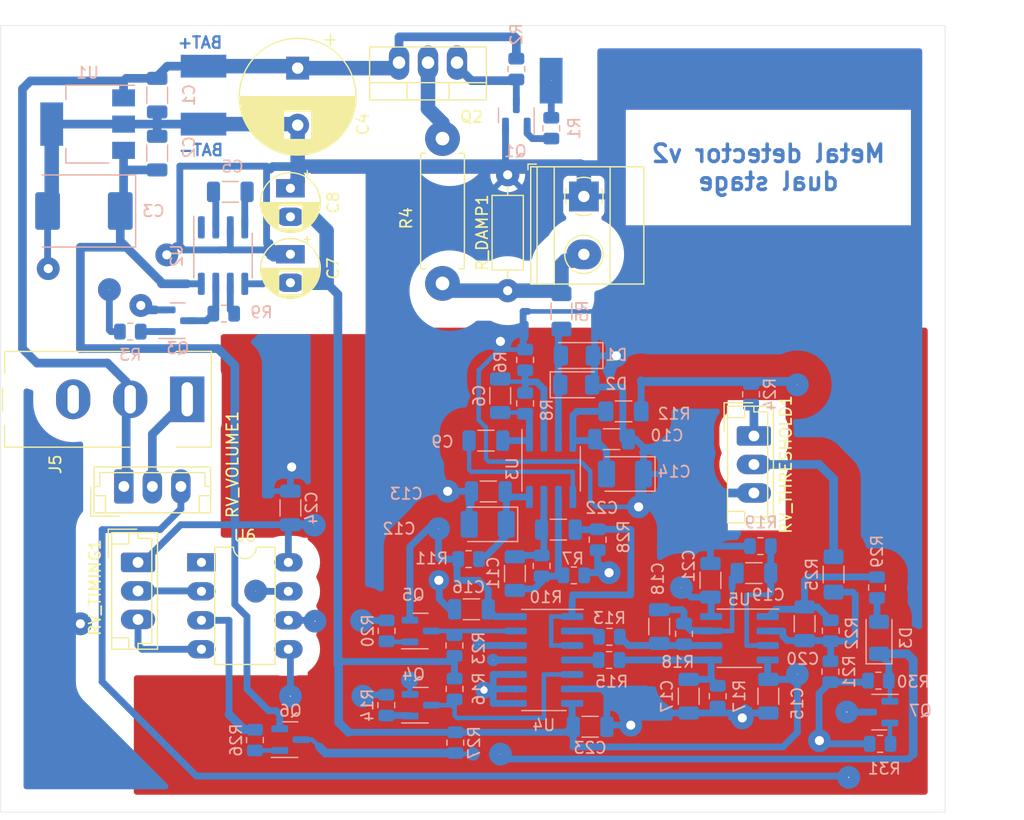
<source format=kicad_pcb>
(kicad_pcb (version 20211014) (generator pcbnew)
  (title_block (rev "1"))
  (layers (0 "F.Cu" signal "Front") (1 "In1.Cu" signal) (2 "In2.Cu" signal) (31 "B.Cu" signal "Back") (34 "B.Paste" user) (35 "F.Paste" user) (36 "B.SilkS" user "B.Silkscreen") (37 "F.SilkS" user "F.Silkscreen") (38 "B.Mask" user) (39 "F.Mask" user) (44 "Edge.Cuts" user))
  (net 0 "")
  (net 1 "BAT+")
  (net 2 "BAT-")
  (net 3 "V+")
  (net 4 "V-")
  (net 5 "PWM")
  (net 6 "Net-(Q1-Pad1)")
  (net 7 "Net-(Q1-Pad3)")
  (net 8 "Net-(Q2-Pad2)")
  (net 9 "AMP_SIG")
  (net 10 "Net-(C5-Pad1)")
  (net 11 "Net-(C5-Pad2)")
  (net 12 "Net-(Q3-Pad1)")
  (net 13 "Net-(Q3-Pad3)")
  (net 14 "Net-(R9-Pad1)")
  (net 16 "Net-(J1-Pad2)")
  (net 17 "/B+")
  (net 18 "/B")
  (net 19 "/B-")
  (net 20 "/A+")
  (net 21 "Net-(C10-Pad2)")
  (net 22 "Net-(C12-Pad1)")
  (net 23 "THRESHOLD")
  (net 24 "RESULT_OUT")
  (net 25 "Net-(Q4-Pad1)")
  (net 26 "EFE_SAMP")
  (net 27 "Net-(Q5-Pad1)")
  (net 28 "MAIN_SAMP")
  (net 29 "Net-(Q6-Pad1)")
  (net 30 "AUDIO_PWM")
  (net 31 "/out1")
  (net 32 "EFE_SAMP_PIN")
  (net 33 "/out2")
  (net 34 "MAIN_SAMP_PIN")
  (net 35 "Net-(R24-Pad1)")
  (net 36 "Net-(R25-Pad2)")
  (net 37 "AUDIO_PIN")
  (net 38 "/A-")
  (net 39 "/A")
  (net 40 "/B2+")
  (net 41 "/B2-")
  (net 42 "/B2")
  (net 43 "/A2+")
  (net 44 "Net-(RV_TIMING1-Pad2)")
  (net 46 "/drlng-base")
  (net 47 "Net-(D3-Pad2)")
  (net 49 "/emitter")
  (net 50 "/collector")
  (net 51 "Net-(J5-PadT)")
  (footprint "Capacitor_THT:CP_Radial_D5.0mm_P2.50mm" (layer "F.Cu") (at 140.335 58.336469 -90)
    (fp_text reference "C8")
    (fp_text value "100u")
  )
  (footprint "TerminalBlock_Phoenix:TerminalBlock_Phoenix_MKDS-1,5-2-5.08_1x02_P5.08mm_Horizontal" (layer "F.Cu") (at 166.065 59.05 -90)
    (fp_text reference "J1" hide)
    (fp_text value "COIL")
  )
  (footprint "Connector_JST:JST_EH_B3B-EH-A_1x03_P2.50mm_Vertical" (layer "F.Cu") (at 180.975 80.05 -90)
    (fp_text reference "RV_THRESHOLD1")
    (fp_text value "10k")
  )
  (footprint "Resistor_THT:R_Axial_DIN0411_L9.9mm_D3.6mm_P12.70mm_Horizontal" (layer "F.Cu") (at 153.67 53.975 -90)
    (fp_text reference "R4")
    (fp_text value "5.1 1W+")
  )
  (footprint "!my-kicad-library:audio-jack" (layer "F.Cu") (at 121.285 76.835 90)
    (fp_text reference "J5")
    (fp_text value "AudioJack3")
  )
  (footprint "Package_TO_SOT_THT:TO-220-3_Vertical" (layer "F.Cu") (at 154.94 47.315 180)
    (fp_text reference "Q2")
    (fp_text value "IRF9610")
  )
  (footprint "Capacitor_THT:CP_Radial_D5.0mm_P2.50mm" (layer "F.Cu") (at 140.335 64.116357 -90)
    (fp_text reference "C7")
    (fp_text value "100u")
  )
  (footprint "Resistor_THT:R_Axial_DIN0207_L6.3mm_D2.5mm_P10.16mm_Horizontal" (layer "F.Cu") (at 159.385 57.15 -90)
    (fp_text reference "R_DAMP1")
    (fp_text value "1k 0.25W+")
  )
  (footprint "Package_DIP:DIP-8_W7.62mm" (layer "F.Cu") (at 132.534546 91.1354)
    (fp_text reference "U6")
    (fp_text value "ATtiny85-20P")
  )
  (footprint "Capacitor_THT:CP_Radial_D10.0mm_P5.00mm" (layer "F.Cu") (at 140.97 47.799965 -90)
    (fp_text reference "C4")
    (fp_text value "1000u")
  )
  (footprint "Connector_JST:JST_EH_B3B-EH-A_1x03_P2.50mm_Vertical" (layer "F.Cu") (at 126.972577 91.138378 -90)
    (fp_text reference "RV_TIMING1")
    (fp_text value "10k")
  )
  (footprint "Connector_JST:JST_EH_B3B-EH-A_1x03_P2.50mm_Vertical" (layer "F.Cu") (at 125.73 84.479994)
    (fp_text reference "RV_VOLUME1")
    (fp_text value "1k")
  )
  (footprint "Resistor_SMD:R_0805_2012Metric" (layer "B.Cu") (at 191.77 93.345 90)
    (fp_text reference "R29")
    (fp_text value "22k")
  )
  (footprint "Package_SO:SOIC-8_3.9x4.9mm_P1.27mm" (layer "B.Cu") (at 134.427017 64.233969 -90)
    (fp_text reference "U2")
    (fp_text value "LT1054")
  )
  (footprint "Capacitor_SMD:C_1206_3216Metric" (layer "B.Cu") (at 128.651 50.167642 -90)
    (fp_text reference "C1")
    (fp_text value "1u")
  )
  (footprint "Resistor_SMD:R_0805_2012Metric" (layer "B.Cu") (at 187.710964 97.130611 -90)
    (fp_text reference "R22")
    (fp_text value "100k")
  )
  (footprint "Resistor_SMD:R_0805_2012Metric" (layer "B.Cu") (at 148.766323 97.139044 -90)
    (fp_text reference "R20")
    (fp_text value "10k")
  )
  (footprint "Package_TO_SOT_SMD:SOT-23" (layer "B.Cu") (at 151.75357 97.155)
    (fp_text reference "Q5")
    (fp_text value "2N3906_2A")
  )
  (footprint "Resistor_SMD:R_1206_3216Metric_Pad1.30x1.75mm_HandSolder" (layer "B.Cu") (at 169.545 77.894116)
    (fp_text reference "R12")
    (fp_text value "750")
  )
  (footprint "Capacitor_SMD:C_1206_3216Metric" (layer "B.Cu") (at 156.21 95.25 180)
    (fp_text reference "C16")
    (fp_text value "100n")
  )
  (footprint "Diode_SMD:D_1206_3216Metric" (layer "B.Cu") (at 165.450576 73.000362 180)
    (fp_text reference "D1")
    (fp_text value "1N4148")
  )
  (footprint "Capacitor_Tantalum_SMD:CP_EIA-3528-21_Kemet-B_Pad1.50x2.35mm_HandSolder" (layer "B.Cu") (at 169.672 83.382378 180)
    (fp_text reference "C14")
    (fp_text value "47u")
  )
  (footprint "Capacitor_SMD:C_1206_3216Metric" (layer "B.Cu") (at 140.335 86.36 90)
    (fp_text reference "C24")
    (fp_text value "100n")
  )
  (footprint "Capacitor_SMD:C_1206_3216Metric" (layer "B.Cu") (at 172.67092 96.765395 90)
    (fp_text reference "C18")
    (fp_text value "470nF")
  )
  (footprint "Package_TO_SOT_SMD:SOT-23" (layer "B.Cu") (at 191.966341 104.267353 180)
    (fp_text reference "Q7")
    (fp_text value "MMBTA13LT3G")
  )
  (footprint "Resistor_SMD:R_1206_3216Metric_Pad1.30x1.75mm_HandSolder" (layer "B.Cu") (at 187.959999 92.19252 90)
    (fp_text reference "R25")
    (fp_text value "22k")
  )
  (footprint "Resistor_SMD:R_0805_2012Metric" (layer "B.Cu") (at 174.846759 97.403423 -90)
    (fp_text reference "R18")
    (fp_text value "220k")
  )
  (footprint "Resistor_SMD:R_0805_2012Metric" (layer "B.Cu") (at 154.793941 106.942473 90)
    (fp_text reference "R27")
    (fp_text value "10k")
  )
  (footprint "Resistor_SMD:R_0805_2012Metric" (layer "B.Cu") (at 177.8 102.87 -90)
    (fp_text reference "R17")
    (fp_text value "220k")
  )
  (footprint "Resistor_SMD:R_0805_2012Metric" (layer "B.Cu") (at 160.1445 47.879 90)
    (fp_text reference "R2")
    (fp_text value "1k")
  )
  (footprint "Package_TO_SOT_SMD:SOT-23" (layer "B.Cu") (at 140.335 106.68)
    (fp_text reference "Q6")
    (fp_text value "2N3906_2A")
  )
  (footprint "Resistor_SMD:R_0805_2012Metric" (layer "B.Cu") (at 168.305833 97.662659 180)
    (fp_text reference "R13")
    (fp_text value "1k")
  )
  (footprint "Resistor_SMD:R_0805_2012Metric" (layer "B.Cu") (at 160.915865 73.3825 -90)
    (fp_text reference "R6")
    (fp_text value "100")
  )
  (footprint "Connector_Wire:SolderWirePad_1x01_SMD_2x4mm" (layer "B.Cu") (at 132.715 52.707642 -90)
    (fp_text reference "J3" hide)
    (fp_text value "BAT-")
  )
  (footprint "Capacitor_SMD:C_1206_3216Metric" (layer "B.Cu") (at 157.689709 84.917888 180)
    (fp_text reference "C13")
    (fp_text value "100n")
  )
  (footprint "Capacitor_Tantalum_SMD:CP_EIA-7361-438_AVX-U_Pad2.18x3.30mm_HandSolder" (layer "B.Cu") (at 122.229244 60.325 180)
    (fp_text reference "C3")
    (fp_text value "100u")
  )
  (footprint "Resistor_SMD:R_0805_2012Metric" (layer "B.Cu") (at 187.683127 100.720824 90)
    (fp_text reference "R21")
    (fp_text value "1k")
  )
  (footprint "Capacitor_SMD:C_1206_3216Metric" (layer "B.Cu") (at 158.733025 76.527733 -90)
    (fp_text reference "C6")
    (fp_text value "100pF")
  )
  (footprint "Package_SO:SOIC-8_3.9x4.9mm_P1.27mm" (layer "B.Cu") (at 163.195 82.930219 -90)
    (fp_text reference "U3")
    (fp_text value "LM833")
  )
  (footprint "Resistor_SMD:R_0805_2012Metric" (layer "B.Cu") (at 163.208361 53.0625 -90)
    (fp_text reference "R1")
    (fp_text value "10k")
  )
  (footprint "Resistor_SMD:R_0805_2012Metric" (layer "B.Cu") (at 168.275 99.695 180)
    (fp_text reference "R15")
    (fp_text value "1k")
  )
  (footprint "Package_SO:SOIC-8_3.9x4.9mm_P1.27mm" (layer "B.Cu") (at 179.705 97.79 180)
    (fp_text reference "U5")
    (fp_text value "LM358")
  )
  (footprint "Diode_SMD:D_1206_3216Metric" (layer "B.Cu") (at 191.946483 97.748462 90)
    (fp_text reference "D3")
    (fp_text value "1N4148")
  )
  (footprint "Resistor_SMD:R_0805_2012Metric" (layer "B.Cu") (at 154.717621 98.425 -90)
    (fp_text reference "R23")
    (fp_text value "10k")
  )
  (footprint "Capacitor_SMD:C_1206_3216Metric" (layer "B.Cu") (at 166.613728 105.546689)
    (fp_text reference "C23")
    (fp_text value "100n")
  )
  (footprint "Package_TO_SOT_SMD:SOT-223-3_TabPin2" (layer "B.Cu") (at 122.555 52.707642 180)
    (fp_text reference "U1")
    (fp_text value "MCP1703T-5002E")
  )
  (footprint "Resistor_SMD:R_0805_2012Metric" (layer "B.Cu") (at 192.038862 107.047323 180)
    (fp_text reference "R31")
    (fp_text value "150")
  )
  (footprint "Resistor_SMD:R_1206_3216Metric_Pad1.30x1.75mm_HandSolder" (layer "B.Cu") (at 164.101227 69.129652 90)
    (fp_text reference "R5")
    (fp_text value "1k")
  )
  (footprint "Capacitor_SMD:C_1206_3216Metric" (layer "B.Cu") (at 175.26 102.87 90)
    (fp_text reference "C17")
    (fp_text value "470nF")
  )
  (footprint "Resistor_SMD:R_0805_2012Metric" (layer "B.Cu") (at 191.892228 101.506803 180)
    (fp_text reference "R30")
    (fp_text value "100k")
  )
  (footprint "Resistor_SMD:R_0805_2012Metric" (layer "B.Cu") (at 126.296938 70.90041)
    (fp_text reference "R3")
    (fp_text value "10k")
  )
  (footprint "Connector_Wire:SolderWirePad_1x01_SMD_2x4mm" (layer "B.Cu") (at 132.715 47.627642 -90)
    (fp_text reference "J2" hide)
    (fp_text value "BAT+")
  )
  (footprint "Capacitor_SMD:C_1206_3216Metric" (layer "B.Cu") (at 160.02 92.118469 90)
    (fp_text reference "C11")
    (fp_text value "100pF")
  )
  (footprint "Resistor_SMD:R_0805_2012Metric" (layer "B.Cu") (at 148.743855 103.653725 -90)
    (fp_text reference "R14")
    (fp_text value "10k")
  )
  (footprint "Resistor_SMD:R_0805_2012Metric" (layer "B.Cu") (at 165.191036 92.273534 180)
    (fp_text reference "R7")
    (fp_text value "1k")
  )
  (footprint "Resistor_SMD:R_0805_2012Metric" (layer "B.Cu") (at 137.221696 106.717579 -90)
    (fp_text reference "R26")
    (fp_text value "10k")
  )
  (footprint "Capacitor_SMD:C_1206_3216Metric" (layer "B.Cu") (at 180.975 92.075)
    (fp_text reference "C19")
    (fp_text value "470nF")
  )
  (footprint "Capacitor_SMD:C_1206_3216Metric" (layer "B.Cu") (at 157.47778 80.461301 180)
    (fp_text reference "C9")
    (fp_text value "470nF")
  )
  (footprint "Capacitor_SMD:C_1206_3216Metric" (layer "B.Cu") (at 177.165 92.71 90)
    (fp_text reference "C21")
    (fp_text value "100n")
  )
  (footprint "Resistor_SMD:R_0805_2012Metric" (layer "B.Cu") (at 154.729051 102.235 90)
    (fp_text reference "R16")
    (fp_text value "10k")
  )
  (footprint "Package_TO_SOT_SMD:SOT-23" (layer "B.Cu") (at 151.765 103.659285)
    (fp_text reference "Q4")
    (fp_text value "2N3906_2A")
  )
  (footprint "Resistor_SMD:R_0805_2012Metric" (layer "B.Cu") (at 160.915865 77.1925 90)
    (fp_text reference "R8")
    (fp_text value "500")
  )
  (footprint "Package_TO_SOT_SMD:SOT-23" (layer "B.Cu") (at 160.1445 51.943 90)
    (fp_text reference "Q1")
    (fp_text value "2N3904")
  )
  (footprint "Capacitor_SMD:C_1206_3216Metric" (layer "B.Cu") (at 128.651 55.247642 90)
    (fp_text reference "C2")
    (fp_text value "10u")
  )
  (footprint "Package_SO:SO-14_3.9x8.65mm_P1.27mm" (layer "B.Cu") (at 162.56 99.695 180)
    (fp_text reference "U4")
    (fp_text value "4066")
  )
  (footprint "Capacitor_SMD:C_1206_3216Metric" (layer "B.Cu") (at 182.245 102.87 -90)
    (fp_text reference "C15")
    (fp_text value "100n")
  )
  (footprint "Resistor_SMD:R_0805_2012Metric" (layer "B.Cu") (at 167.275122 89.147404 90)
    (fp_text reference "R28")
    (fp_text value "10k")
  )
  (footprint "Connector_Wire:SolderWirePad_1x01_SMD_2x4mm" (layer "B.Cu") (at 163.195 48.895 180)
    (fp_text reference "J4" hide)
    (fp_text value "PWM")
  )
  (footprint "Capacitor_SMD:C_1206_3216Metric" (layer "B.Cu") (at 135.062017 58.645969)
    (fp_text reference "C5")
    (fp_text value "22u")
  )
  (footprint "Capacitor_SMD:C_1206_3216Metric" (layer "B.Cu") (at 185.42 96.52 90)
    (fp_text reference "C20")
    (fp_text value "100nF")
  )
  (footprint "Resistor_SMD:R_0805_2012Metric" (layer "B.Cu") (at 181.545441 89.712004)
    (fp_text reference "R19")
    (fp_text value "220k")
  )
  (footprint "Package_TO_SOT_SMD:SOT-23" (layer "B.Cu") (at 130.463821 69.945263)
    (fp_text reference "Q3")
    (fp_text value "2N3904")
  )
  (footprint "Resistor_SMD:R_0805_2012Metric" (layer "B.Cu") (at 180.724919 76.396341 90)
    (fp_text reference "R24")
    (fp_text value "47k")
  )
  (footprint "Resistor_SMD:R_0805_2012Metric" (layer "B.Cu") (at 134.48965 69.328278 180)
    (fp_text reference "R9")
    (fp_text value "20k")
  )
  (footprint "Capacitor_Tantalum_SMD:CP_EIA-3528-21_Kemet-B_Pad1.50x2.35mm_HandSolder" (layer "B.Cu") (at 157.633 87.800469 180)
    (fp_text reference "C12")
    (fp_text value "47u")
  )
  (footprint "Capacitor_SMD:C_1206_3216Metric" (layer "B.Cu") (at 168.492413 80.332262 180)
    (fp_text reference "C10")
    (fp_text value "100n")
  )
  (footprint "Resistor_SMD:R_0805_2012Metric" (layer "B.Cu") (at 155.956 90.848469 180)
    (fp_text reference "R11")
    (fp_text value "750")
  )
  (footprint "Diode_SMD:D_1206_3216Metric" (layer "B.Cu") (at 165.398266 75.565)
    (fp_text reference "D2")
    (fp_text value "1N4148")
  )
  (footprint "Capacitor_SMD:C_1206_3216Metric" (layer "B.Cu") (at 163.83 88.265)
    (fp_text reference "C22")
    (fp_text value "470nF")
  )
  (footprint "Resistor_SMD:R_0805_2012Metric" (layer "B.Cu") (at 162.360765 91.44 -90)
    (fp_text reference "R10")
    (fp_text value "200k")
  )
  (gr_rect (start 114.935 44.062975) (end 197.739 113.032642) (layer "Edge.Cuts") (width 0.0381) (fill none))
  (gr_text "BAT-\n" (at 132.494055 54.984613) (layer "B.Cu") (effects (font (size 1 1) (thickness 0.2)) (justify mirror)))
  (gr_text "BAT+\n" (at 132.415171 45.55796) (layer "B.Cu") (effects (font (size 1 1) (thickness 0.2)) (justify mirror)))
  (gr_text "Metal detector v2\ndual stage" (at 182.245 56.515) (layer "B.Cu") (effects (font (size 1.524 1.524) (thickness 0.3048)) (justify mirror)))
  (segment (start 129.54 47.627642) (end 132.715 47.627642) (width 0.762) (layer "B.Cu") (net 1))
  (segment (start 149.891519 45.053481) (end 149.86 45.085) (width 0.762) (layer "B.Cu") (net 1))
  (segment (start 124.3 73.66) (end 118.11 73.66) (width 0.762) (layer "B.Cu") (net 1))
  (segment (start 125.933586 75.293586) (end 124.3 73.66) (width 0.762) (layer "B.Cu") (net 1))
  (segment (start 125.705 50.407642) (end 125.705 48.922642) (width 0.762) (layer "B.Cu") (net 1))
  (segment (start 159.988481 45.053481) (end 149.891519 45.053481) (width 0.762) (layer "B.Cu") (net 1))
  (segment (start 125.705 48.922642) (end 125.935 48.692642) (width 0.762) (layer "B.Cu") (net 1))
  (segment (start 118.11 73.66) (end 116.84 72.39) (width 0.762) (layer "B.Cu") (net 1))
  (segment (start 160.1445 45.2095) (end 159.988481 45.053481) (width 0.762) (layer "B.Cu") (net 1))
  (segment (start 140.97 47.799965) (end 149.052677 47.799965) (width 1.27) (layer "B.Cu") (net 1))
  (segment (start 125.935 48.692642) (end 128.651 48.692642) (width 0.762) (layer "B.Cu") (net 1))
  (segment (start 133.118661 47.625) (end 141.201338 47.625) (width 1.27) (layer "B.Cu") (net 1))
  (segment (start 128.651 48.516642) (end 129.54 47.627642) (width 0.762) (layer "B.Cu") (net 1))
  (segment (start 116.84 49.616173) (end 117.533531 48.922642) (width 0.762) (layer "B.Cu") (net 1))
  (segment (start 160.1445 46.9665) (end 160.1445 45.2095) (width 0.762) (layer "B.Cu") (net 1))
  (segment (start 149.86 45.085) (end 149.86 47.3075) (width 0.762) (layer "B.Cu") (net 1))
  (segment (start 117.533531 48.922642) (end 125.705 48.922642) (width 0.762) (layer "B.Cu") (net 1))
  (segment (start 125.933586 84.276408) (end 125.933586 75.293586) (width 0.762) (layer "B.Cu") (net 1))
  (segment (start 116.84 72.39) (end 116.84 49.616173) (width 0.762) (layer "B.Cu") (net 1))
  (via (at 119.099894 65.379053) (size 2) (drill 0.8) (layers "F.Cu" "B.Cu") (net 2))
  (via (at 121.92 96.52) (size 2) (drill 0.8) (layers "F.Cu" "B.Cu") (net 2))
  (via (at 140.444107 82.771745) (size 2) (drill 0.8) (layers "F.Cu" "B.Cu") (net 2))
  (via (at 170.86648 86.269371) (size 2) (drill 0.8) (layers "F.Cu" "B.Cu") (net 2))
  (via (at 170.18 105.41) (size 2) (drill 0.8) (layers "F.Cu" "B.Cu") (net 2))
  (via (at 153.346776 92.706911) (size 1.8) (drill 0.8) (layers "F.Cu" "B.Cu") (net 2))
  (via (at 157.309962 102.336154) (size 1.524) (drill 0.635) (layers "F.Cu" "B.Cu") (net 2))
  (via (at 168.91 73.025) (size 2) (drill 0.8) (layers "F.Cu" "B.Cu") (net 2))
  (via (at 179.956357 104.775) (size 2) (drill 0.8) (layers "F.Cu" "B.Cu") (net 2))
  (via (at 186.720908 106.763914) (size 2) (drill 0.8) (layers "F.Cu" "B.Cu") (net 2))
  (via (at 158.75 71.755) (size 2) (drill 0.8) (layers "F.Cu" "B.Cu") (net 2))
  (via (at 127.218059 68.608069) (size 2) (drill 0.8) (layers "F.Cu" "B.Cu") (net 2))
  (via (at 129.495193 64.170233) (size 2) (drill 0.8) (layers "F.Cu" "B.Cu") (net 2))
  (via (at 154.123039 84.899749) (size 2) (drill 0.8) (layers "F.Cu" "B.Cu") (net 2))
  (via (at 168.275 92.039606) (size 2) (drill 0.8) (layers "F.Cu" "B.Cu") (net 2))
  (segment (start 177.165 85.09) (end 177.205 85.05) (width 0.762) (layer "B.Cu") (net 2))
  (segment (start 154.305 95.25) (end 153.387152 94.332152) (width 0.6) (layer "B.Cu") (net 2))
  (segment (start 157.521766 73.618235) (end 156.845 74.295001) (width 0.381) (layer "B.Cu") (net 2))
  (segment (start 165.77925 82.295219) (end 166.624 83.139969) (width 0.4) (layer "B.Cu") (net 2))
  (segment (start 153.387152 94.332152) (end 153.387152 93.140789) (width 0.6) (layer "B.Cu") (net 2))
  (segment (start 140.97 57.701469) (end 140.335 58.336469) (width 1.27) (layer "B.Cu") (net 2))
  (segment (start 160.085 102.235) (end 158.115 102.235) (width 0.6) (layer "B.Cu") (net 2))
  (segment (start 128.489737 68.995263) (end 128.133794 68.995263) (width 0.6) (layer "B.Cu") (net 2))
  (segment (start 168.07987 105.40496) (end 168.07987 102.67487) (width 0.6) (layer "B.Cu") (net 2))
  (segment (start 160.740348 69.129652) (end 160.740348 70.399652) (width 0.6) (layer "B.Cu") (net 2))
  (segment (start 127.605253 68.995263) (end 127.218059 68.608069) (width 0.762) (layer "B.Cu") (net 2))
  (segment (start 177.165 91.235) (end 177.165 89.535) (width 0.6) (layer "B.Cu") (net 2))
  (segment (start 167.64 102.235) (end 171.45 102.235) (width 0.6) (layer "B.Cu") (net 2))
  (segment (start 167.275122 90.059904) (end 167.275122 91.722865) (width 0.6) (layer "B.Cu") (net 2))
  (segment (start 186.69 106.144646) (end 186.69 102.626451) (width 0.6) (layer "B.Cu") (net 2))
  (segment (start 165.035 102.235) (end 167.64 102.235) (width 0.6) (layer "B.Cu") (net 2))
  (segment (start 135.062017 63.725969) (end 134.184197 63.725969) (width 0.6) (layer "B.Cu") (net 2))
  (segment (start 156.845 78.656469) (end 157.48 79.291469) (width 0.381) (layer "B.Cu") (net 2))
  (segment (start 167.275122 91.722865) (end 167.591863 92.039606) (width 0.6) (layer "B.Cu") (net 2))
  (segment (start 177.205 85.05) (end 180.675 85.05) (width 0.762) (layer "B.Cu") (net 2))
  (segment (start 168.91 73.025) (end 166.875214 73.025) (width 0.6) (layer "B.Cu") (net 2))
  (segment (start 165.735 56.431469) (end 140.97 56.431469) (width 1.27) (layer "B.Cu") (net 2))
  (segment (start 138.259377 56.393509) (end 138.535737 56.669869) (width 0.6) (layer "B.Cu") (net 2))
  (segment (start 187.683127 101.633324) (end 190.853207 101.633324) (width 0.6) (layer "B.Cu") (net 2))
  (segment (start 166.065 59.05) (end 166.065 56.761469) (width 1.27) (layer "B.Cu") (net 2))
  (segment (start 166.337464 92.039606) (end 166.103536 92.273534) (width 0.6) (layer "B.Cu") (net 2))
  (segment (start 140.335 82.880852) (end 140.444107 82.771745) (width 0.6) (layer "B.Cu") (net 2))
  (segment (start 177.342004 89.712004) (end 177.165 89.535) (width 0.6) (layer "B.Cu") (net 2))
  (segment (start 169.482431 75.757609) (end 169.482431 80.377828) (width 0.6) (layer "B.Cu") (net 2))
  (segment (start 167.591863 92.039606) (end 166.337464 92.039606) (width 0.6) (layer "B.Cu") (net 2))
  (segment (start 161.17673 69.129652) (end 160.740348 69.129652) (width 0.6) (layer "B.Cu") (net 2))
  (segment (start 128.651 51.642642) (end 128.651 52.453642) (width 0.762) (layer "B.Cu") (net 2))
  (segment (start 127.3304 98.7554) (end 126.972577 98.397577) (width 0.6) (layer "B.Cu") (net 2))
  (segment (start 126.972577 96.138378) (end 126.972577 98.397577) (width 0.6) (layer "B.Cu") (net 2))
  (segment (start 187.592677 107.047323) (end 186.69 106.144646) (width 0.6) (layer "B.Cu") (net 2))
  (segment (start 138.535737 63.737149) (end 135.073197 63.737149) (width 0.6) (layer "B.Cu") (net 2))
  (segment (start 140.97 52.799965) (end 140.97 56.431469) (width 1.27) (layer "B.Cu") (net 2))
  (segment (start 158.115 102.235) (end 158.115 103.505) (width 0.6) (layer "B.Cu") (net 2))
  (segment (start 169.482431 75.757609) (end 166.990875 75.757609) (width 0.6) (layer "B.Cu") (net 2))
  (segment (start 171.297 81.043469) (end 170.585793 80.332262) (width 0.6) (layer "B.Cu") (net 2))
  (segment (start 167.124902 86.269371) (end 170.86648 86.269371) (width 0.4) (layer "B.Cu") (net 2))
  (segment (start 166.624 83.139969) (end 166.624 85.768469) (width 0.4) (layer "B.Cu") (net 2))
  (segment (start 172.629371 86.269371) (end 173.355 86.995) (width 0.6) (layer "B.Cu") (net 2))
  (segment (start 157.734781 82.295219) (end 165.77925 82.295219) (width 0.4) (layer "B.Cu") (net 2))
  (segment (start 128.489737 68.995263) (end 127.605253 68.995263) (width 0.762) (layer "B.Cu") (net 2))
  (segment (start 140.97 56.431469) (end 138.774137 56.431469) (width 0.762) (layer "B.Cu") (net 2))
  (segment (start 138.535737 64.289869) (end 138.535737 63.102149) (width 0.6) (layer "B.Cu") (net 2))
  (segment (start 166.875214 73.025) (end 166.850576 73.000362) (width 0.6) (layer "B.Cu") (net 2))
  (segment (start 157.48 79.291469) (end 157.48 82.040438) (width 0.381) (layer "B.Cu") (net 2))
  (segment (start 132.715 52.705) (end 140.877677 52.705) (width 1.27) (layer "B.Cu") (net 2))
  (segment (start 125.705 52.707642) (end 119.405 52.707642) (width 0.762) (layer "B.Cu") (net 2))
  (segment (start 175.26 104.345) (end 181.18 104.345) (width 0.6) (layer "B.Cu") (net 2))
  (segment (start 180.632941 89.712004) (end 177.342004 89.712004) (width 0.6) (layer "B.Cu") (net 2))
  (segment (start 160.696765 71.12) (end 159.343234 71.12) (width 0.6) (layer "B.Cu") (net 2))
  (segment (start 166.624 85.768469) (end 167.124902 86.269371) (width 0.4) (layer "B.Cu") (net 2))
  (segment (start 191.126362 107.047323) (end 187.592677 107.047323) (width 0.6) (layer "B.Cu") (net 2))
  (segment (start 119.041744 60.325) (end 119.041744 65.066744) (width 0.6) (layer "B.Cu") (net 2))
  (segment (start 130.639377 63.378509) (end 130.639377 56.393509) (width 0.6) (layer "B.Cu") (net 2))
  (segment (start 159.1945 52.8805) (end 159.1945 56.703) (width 0.6) (layer "B.Cu") (net 2))
  (segment (start 140.97 56.431469) (end 140.97 57.701469) (width 1.27) (layer "B.Cu") (net 2))
  (segment (start 128.651 52.453642) (end 128.651 53.772642) (width 0.762) (layer "B.Cu") (net 2))
  (segment (start 186.69 102.626451) (end 187.683127 101.633324) (width 0.6) (layer "B.Cu") (net 2))
  (segment (start 158.67 72.47) (end 160.915865 72.47) (width 0.4) (layer "B.Cu") (net 2))
  (segment (start 128.905 52.707642) (end 128.651 52.453642) (width 0.762) (layer "B.Cu") (net 2))
  (segment (start 135.073197 63.737149) (end 135.062017 63.725969) (width 0.6) (layer "B.Cu") (net 2))
  (segment (start 119.041744 65.066744) (end 119.38 65.405) (width 0.6) (layer "B.Cu") (net 2))
  (segment (start 161.176741 69.12964) (end 167.005 69.12964) (width 0.4) (layer "B.Cu") (net 2))
  (segment (start 157.521766 73.618235) (end 158.67 72.47) (width 0.4) (layer "B.Cu") (net 2))
  (segment (start 134.173017 63.737149) (end 130.998017 63.737149) (width 0.6) (layer "B.Cu") (net 2))
  (segment (start 172.629371 86.269371) (end 170.86648 86.269371) (width 0.6) (layer "B.Cu") (net 2))
  (segment (start 138.774137 56.431469) (end 138.535737 56.669869) (width 0.762) (layer "B.Cu") (net 2))
  (segment (start 181.18 104.345) (end 182.245 104.345) (width 0.6) (layer "B.Cu") (net 2))
  (segment (start 173.56 104.345) (end 175.26 104.345) (width 0.6) (layer "B.Cu") (net 2))
  (segment (start 134.184197 63.725969) (end 134.173017 63.737149) (width 0.6) (layer "B.Cu") (net 2))
  (segment (start 168.07987 105.40496) (end 170.17496 105.40496) (width 0.6) (layer "B.Cu") (net 2))
  (segment (start 177.165 89.535) (end 177.165 86.995) (width 0.6) (layer "B.Cu") (net 2))
  (segment (start 132.715 52.707642) (end 128.905 52.707642) (width 0.762) (layer "B.Cu") (net 2))
  (segment (start 157.48 82.040438) (end 157.734781 82.295219) (width 0.381) (layer "B.Cu") (net 2))
  (segment (start 160.740348 70.399652) (end 160.740348 72.294483) (width 0.6) (layer "B.Cu") (net 2))
  (segment (start 130.639377 63.378509) (end 130.286917 63.378509) (width 0.6) (layer "B.Cu") (net 2))
  (segment (start 158.115 103.505) (end 160.085 103.505) (width 0.6) (layer "B.Cu") (net 2))
  (segment (start 170.17496 105.40496) (end 170.18 105.41) (width 0.6) (layer "B.Cu") (net 2))
  (segment (start 168.07987 102.67487) (end 167.64 102.235) (width 0.6) (layer "B.Cu") (net 2))
  (segment (start 170.585793 80.332262) (end 169.967413 80.332262) (width 0.6) (layer "B.Cu") (net 2))
  (segment (start 138.245084 56.746709) (end 138.245084 63.178989) (width 0.6) (layer "B.Cu") (net 2))
  (segment (start 167.005 69.129656) (end 167.005 75.358269) (width 0.6) (layer "B.Cu") (net 2))
  (segment (start 171.297 83.382378) (end 171.297 81.043469) (width 0.6) (layer "B.Cu") (net 2))
  (segment (start 171.45 102.235) (end 173.56 104.345) (width 0.6) (layer "B.Cu") (net 2))
  (segment (start 130.998017 63.737149) (end 130.639377 63.378509) (width 0.6) (layer "B.Cu") (net 2))
  (segment (start 128.397 52.707642) (end 128.651 52.453642) (width 0.762) (layer "B.Cu") (net 2))
  (segment (start 130.286917 63.378509) (end 129.495193 64.170233) (width 0.6) (layer "B.Cu") (net 2))
  (segment (start 129.526321 68.995263) (end 128.489737 68.995263) (width 0.6) (layer "B.Cu") (net 2))
  (segment (start 140.335 84.885) (end 140.335 82.880852) (width 0.6) (layer "B.Cu") (net 2))
  (segment (start 158.115 102.235) (end 158.115 100.965) (width 0.6) (layer "B.Cu") (net 2))
  (segment (start 138.914945 64.116357) (end 138.535737 63.737149) (width 1.27) (layer "B.Cu") (net 2))
  (segment (start 154.735 95.25) (end 154.305 95.25) (width 0.6) (layer "B.Cu") (net 2))
  (segment (start 177.165 86.995) (end 177.165 85.09) (width 0.762) (layer "B.Cu") (net 2))
  (segment (start 132.534546 98.7554) (end 127.3304 98.7554) (width 0.6) (layer "B.Cu") (net 2))
  (segment (start 119.405 52.707642) (end 119.405 59.961744) (width 1.27) (layer "B.Cu") (net 2))
  (segment (start 130.639377 56.393509) (end 138.259377 56.393509) (width 0.6) (layer "B.Cu") (net 2))
  (segment (start 156.008 87.800469) (end 156.008 85.257469) (width 0.6) (layer "B.Cu") (net 2))
  (segment (start 166.065 56.761469) (end 165.735 56.431469) (width 1.27) (layer "B.Cu") (net 2))
  (segment (start 140.335 64.116357) (end 138.914945 64.116357) (width 1.27) (layer "B.Cu") (net 2))
  (segment (start 170.86648 83.812898) (end 170.86648 86.269371) (width 0.6) (layer "B.Cu") (net 2))
  (segment (start 158.115 100.965) (end 160.085 100.965) (width 0.6) (layer "B.Cu") (net 2))
  (segment (start 154.123039 84.899749) (end 156.15228 84.899749) (width 0.6) (layer "B.Cu") (net 2))
  (segment (start 135.062017 63.725969) (end 135.062017 61.758969) (width 0.6) (layer "B.Cu") (net 2))
  (segment (start 125.705 52.707642) (end 128.397 52.707642) (width 0.762) (layer "B.Cu") (net 2))
  (segment locked (start 156.845 74.29501) (end 156.845 78.656469) (width 0.4) (layer "B.Cu") (net 2))
  (segment (start 173.355 86.995) (end 177.165 86.995) (width 0.6) (layer "B.Cu") (net 2))
  (via blind (at 153.316124 88.181469) (size 2) (drill 0.06) (layers "In2.Cu" "B.Cu") (net 3))
  (via blind (at 174.625 93.345) (size 2) (drill 0.06) (layers "In2.Cu" "B.Cu") (net 3))
  (via blind (at 150.793012 101.463959) (size 1.524) (drill 0.06) (layers "In2.Cu" "B.Cu") (net 3))
  (via blind (at 142.422144 87.875766) (size 2) (drill 0.06) (layers "In2.Cu" "B.Cu") (net 3))
  (segment (start 125.416744 62.967122) (end 125.416744 60.325) (width 0.762) (layer "B.Cu") (net 3))
  (segment (start 121.92 72.39) (end 121.92 63.5) (width 0.762) (layer "B.Cu") (net 3))
  (segment (start 140.335 87.835) (end 142.381378 87.835) (width 0.762) (layer "B.Cu") (net 3))
  (segment (start 153.416 90.848469) (end 153.316124 90.748593) (width 0.6) (layer "B.Cu") (net 3))
  (segment (start 126.11 56.722642) (end 125.705 57.127642) (width 0.762) (layer "B.Cu") (net 3))
  (segment (start 177.23 95.885) (end 177.23 94.25) (width 0.6) (layer "B.Cu") (net 3))
  (segment (start 136.525 102.235) (end 138.43 104.14) (width 0.6) (layer "B.Cu") (net 3))
  (segment (start 154.94 92.71) (end 154.94 90.951969) (width 0.6) (layer "B.Cu") (net 3))
  (segment (start 150.793012 101.463959) (end 150.793012 102.674797) (width 0.4) (layer "B.Cu") (net 3))
  (segment (start 135.46 87.835) (end 135.46 94.82) (width 0.6) (layer "B.Cu") (net 3))
  (segment (start 128.651 56.722642) (end 126.11 56.722642) (width 0.762) (layer "B.Cu") (net 3))
  (segment (start 127.418274 91.138378) (end 130.721652 87.835) (width 0.6) (layer "B.Cu") (net 3))
  (segment (start 150.81607 96.205) (end 150.81607 89.765399) (width 0.6) (layer "B.Cu") (net 3))
  (segment (start 135.46 87.835) (end 140.335 87.835) (width 0.6) (layer "B.Cu") (net 3))
  (segment (start 129.0225 66.572878) (end 125.839811 63.390189) (width 0.762) (layer "B.Cu") (net 3))
  (segment (start 154.406 90.848469) (end 153.416 90.848469) (width 0.6) (layer "B.Cu") (net 3))
  (segment (start 125.705 57.127642) (end 125.705 60.036744) (width 0.762) (layer "B.Cu") (net 3))
  (segment (start 156.845 92.71) (end 154.94 92.71) (width 0.6) (layer "B.Cu") (net 3))
  (segment (start 140.154546 91.1354) (end 140.154546 88.015454) (width 0.6) (layer "B.Cu") (net 3))
  (segment (start 132.522017 66.708969) (end 131.279301 66.708969) (width 0.6) (layer "B.Cu") (net 3))
  (segment (start 135.46 94.82) (end 136.525 95.885) (width 0.6) (layer "B.Cu") (net 3))
  (segment (start 139.3975 105.73) (end 139.3975 104.4725) (width 0.6) (layer "B.Cu") (net 3))
  (segment (start 135.46 87.835) (end 135.46 73.865) (width 0.762) (layer "B.Cu") (net 3))
  (segment (start 158.32 95.885) (end 157.685 95.25) (width 0.6) (layer "B.Cu") (net 3))
  (segment (start 126.972577 91.138378) (end 127.418274 91.138378) (width 0.6) (layer "B.Cu") (net 3))
  (segment (start 139.065 104.14) (end 138.43 104.14) (width 0.6) (layer "B.Cu") (net 3))
  (segment (start 130.721652 87.835) (end 135.46 87.835) (width 0.6) (layer "B.Cu") (net 3))
  (segment (start 136.525 95.885) (end 136.525 102.235) (width 0.6) (layer "B.Cu") (net 3))
  (segment (start 157.685 93.55) (end 156.845 92.71) (width 0.6) (layer "B.Cu") (net 3))
  (segment (start 121.92 63.5) (end 125.73 63.5) (width 0.762) (layer "B.Cu") (net 3))
  (segment (start 125.73 63.5) (end 125.839811 63.390189) (width 0.762) (layer "B.Cu") (net 3))
  (segment (start 133.985 72.39) (end 121.92 72.39) (width 0.762) (layer "B.Cu") (net 3))
  (segment (start 175.465 94.185) (end 174.625 93.345) (width 0.6) (layer "B.Cu") (net 3))
  (segment (start 160.085 95.885) (end 158.32 95.885) (width 0.6) (layer "B.Cu") (net 3))
  (segment (start 157.685 95.25) (end 157.685 93.55) (width 0.6) (layer "B.Cu") (net 3))
  (segment (start 125.839811 63.390189) (end 125.416744 62.967122) (width 0.762) (layer "B.Cu") (net 3))
  (segment (start 177.165 94.185) (end 175.465 94.185) (width 0.6) (layer "B.Cu") (net 3))
  (segment (start 139.3975 104.4725) (end 139.065 104.14) (width 0.6) (layer "B.Cu") (net 3))
  (segment (start 135.46 73.865) (end 133.985 72.39) (width 0.762) (layer "B.Cu") (net 3))
  (segment (start 125.705 55.007642) (end 125.705 57.127642) (width 0.762) (layer "B.Cu") (net 3))
  (segment (start 142.381378 87.835) (end 142.422144 87.875766) (width 0.762) (layer "B.Cu") (net 3))
  (segment (start 131.279301 66.708969) (end 129.0225 66.708969) (width 0.762) (layer "B.Cu") (net 3))
  (segment (start 153.316124 90.748593) (end 153.316124 88.181469) (width 0.6) (layer "B.Cu") (net 3))
  (segment (start 150.81607 89.765399) (end 152.4 88.181469) (width 0.6) (layer "B.Cu") (net 3))
  (via blind (at 184.785 75.565) (size 2) (drill 0.06) (layers "In1.Cu" "B.Cu") (net 4))
  (via blind (at 184.785 100.965) (size 2) (drill 0.06) (layers "In1.Cu" "B.Cu") (net 4))
  (segment (start 144.493299 69.862825) (end 144.493299 67.624544) (width 0.762) (layer "B.Cu") (net 4))
  (segment (start 165.12987 105.40496) (end 165.12987 107.28513) (width 0.6) (layer "B.Cu") (net 4))
  (segment (start 137.921017 66.708969) (end 136.332017 66.708969) (width 0.6) (layer "B.Cu") (net 4))
  (segment (start 143.51 62.066469) (end 143.51 66.591469) (width 1.27) (layer "B.Cu") (net 4))
  (segment (start 171.161427 75.276427) (end 171.095 75.21) (width 0.762) (layer "B.Cu") (net 4))
  (segment (start 182.18 99.695) (end 182.18 101.33) (width 0.6) (layer "B.Cu") (net 4))
  (segment (start 180.731238 75.276427) (end 171.161427 75.276427) (width 0.762) (layer "B.Cu") (net 4))
  (segment (start 165.12987 107.28513) (end 165.1 107.315) (width 0.6) (layer "B.Cu") (net 4))
  (segment (start 164.504857 106.029973) (end 165.12987 105.40496) (width 0.6) (layer "B.Cu") (net 4))
  (segment (start 143.485112 66.616357) (end 140.335 66.616357) (width 1.27) (layer "B.Cu") (net 4))
  (segment (start 184.355 101.395) (end 184.785 100.965) (width 0.6) (layer "B.Cu") (net 4))
  (segment (start 154.717621 100.107621) (end 154.717621 101.31107) (width 0.6) (layer "B.Cu") (net 4))
  (segment (start 154.717621 99.3375) (end 154.717621 100.107621) (width 0.6) (layer "B.Cu") (net 4))
  (segment (start 143.51 66.591469) (end 143.485112 66.616357) (width 1.27) (layer "B.Cu") (net 4))
  (segment (start 183.515 107.315) (end 165.1 107.315) (width 0.6) (layer "B.Cu") (net 4))
  (segment (start 144.557621 105.157567) (end 145.430027 106.029973) (width 0.762) (layer "B.Cu") (net 4))
  (segment (start 154.642435 99.8326) (end 144.482435 99.8326) (width 0.6) (layer "B.Cu") (net 4))
  (segment (start 144.493299 99.707825) (end 144.493299 69.227825) (width 0.762) (layer "B.Cu") (net 4))
  (segment (start 145.430027 106.029973) (end 154.793941 106.029973) (width 0.6) (layer "B.Cu") (net 4))
  (segment (start 140.335 60.836469) (end 142.28 60.836469) (width 1.27) (layer "B.Cu") (net 4))
  (segment (start 180.731238 75.276427) (end 184.496427 75.276427) (width 0.762) (layer "B.Cu") (net 4))
  (segment (start 171.095 77.894116) (end 171.095 75.21) (width 0.6) (layer "B.Cu") (net 4))
  (segment (start 184.496427 75.276427) (end 184.785 75.565) (width 0.762) (layer "B.Cu") (net 4))
  (segment (start 144.557621 100.107621) (end 144.557621 105.157567) (width 0.762) (layer "B.Cu") (net 4))
  (segment (start 144.493299 100.043299) (end 144.557621 100.107621) (width 0.762) (layer "B.Cu") (net 4))
  (segment (start 137.921017 66.708969) (end 138.013629 66.616357) (width 0.6) (layer "B.Cu") (net 4))
  (segment (start 144.493299 67.624544) (end 143.485112 66.616357) (width 0.762) (layer "B.Cu") (net 4))
  (segment (start 144.493299 99.707825) (end 144.493299 100.043299) (width 0.762) (layer "B.Cu") (net 4))
  (segment (start 184.785 106.045) (end 183.515 107.315) (width 0.6) (layer "B.Cu") (net 4))
  (segment (start 142.28 60.836469) (end 143.51 62.066469) (width 1.27) (layer "B.Cu") (net 4))
  (segment (start 184.785 100.965) (end 184.785 106.045) (width 0.6) (layer "B.Cu") (net 4))
  (segment (start 154.793941 106.029973) (end 164.504857 106.029973) (width 0.6) (layer "B.Cu") (net 4))
  (segment (start 182.245 101.395) (end 184.355 101.395) (width 0.6) (layer "B.Cu") (net 4))
  (segment (start 138.013629 66.616357) (end 140.335 66.616357) (width 0.6) (layer "B.Cu") (net 4))
  (segment (start 165.035 103.505) (end 165.035 105.14) (width 0.6) (layer "B.Cu") (net 4))
  (via (at 137.291938 93.660606) (size 2) (drill 0.06) (layers "F.Cu" "B.Cu") (net 5))
  (via (at 124.46 67.226469) (size 2) (drill 0.06) (layers "F.Cu" "B.Cu") (net 5))
  (via blind (at 163.195 48.895) (size 2) (drill 0.06) (layers "In1.Cu" "B.Cu") (net 5))
  (segment (start 124.596059 70.90041) (end 124.46 70.764351) (width 0.6) (layer "B.Cu") (net 5))
  (segment (start 140.154546 93.6754) (end 137.306732 93.6754) (width 0.6) (layer "B.Cu") (net 5))
  (segment (start 125.384438 70.90041) (end 124.596059 70.90041) (width 0.6) (layer "B.Cu") (net 5))
  (segment (start 137.306732 93.6754) (end 137.291938 93.660606) (width 0.6) (layer "B.Cu") (net 5))
  (segment (start 124.46 70.764351) (end 124.46 67.226469) (width 0.6) (layer "B.Cu") (net 5))
  (segment (start 163.208361 52.15) (end 163.208361 48.908361) (width 0.6) (layer "B.Cu") (net 5))
  (segment (start 161.0945 53.528) (end 161.5415 53.975) (width 0.6) (layer "B.Cu") (net 6))
  (segment (start 161.5415 53.975) (end 163.208361 53.975) (width 0.6) (layer "B.Cu") (net 6))
  (segment (start 161.0945 52.8805) (end 161.0945 53.528) (width 0.6) (layer "B.Cu") (net 6))
  (segment (start 160.041 48.895) (end 160.1445 48.7915) (width 0.762) (layer "B.Cu") (net 7))
  (segment (start 160.1445 51.0055) (end 160.1445 48.7915) (width 0.6) (layer "B.Cu") (net 7))
  (segment (start 156.21 48.895) (end 160.041 48.895) (width 0.762) (layer "B.Cu") (net 7))
  (segment (start 156.21 48.895) (end 154.9165 47.6015) (width 0.762) (layer "B.Cu") (net 7))
  (segment (start 153.67 53.975) (end 154.305 54.61) (width 1.27) (layer "B.Cu") (net 8))
  (segment (start 152.4 51.351469) (end 153.67 52.621469) (width 1.27) (layer "B.Cu") (net 8))
  (segment (start 152.4 47.315) (end 152.4 51.351469) (width 1.27) (layer "B.Cu") (net 8))
  (segment (start 153.67 52.621469) (end 153.67 53.975) (width 1.27) (layer "B.Cu") (net 8))
  (segment (start 170.18 89.535) (end 170.18 93.98) (width 0.6) (layer "B.Cu") (net 9))
  (segment (start 163.195 98.425) (end 163.195 95.885) (width 0.4) (layer "B.Cu") (net 9))
  (segment (start 170.18 93.98) (end 165.1 93.98) (width 0.6) (layer "B.Cu") (net 9))
  (segment (start 165.035 98.425) (end 163.195 98.425) (width 0.4) (layer "B.Cu") (net 9))
  (segment (start 165.305 88.265) (end 167.435954 88.265) (width 0.6) (layer "B.Cu") (net 9))
  (segment (start 167.275122 88.234904) (end 170.020407 88.234904) (width 0.6) (layer "B.Cu") (net 9))
  (segment (start 165.1 93.98) (end 165.035 94.68) (width 0.6) (layer "B.Cu") (net 9))
  (segment (start 163.195 95.885) (end 165.035 95.885) (width 0.4) (layer "B.Cu") (net 9))
  (segment (start 170.060993 88.27549) (end 170.19049 88.27549) (width 0.6) (layer "B.Cu") (net 9))
  (segment (start 165.035 94.68) (end 165.035 95.885) (width 0.6) (layer "B.Cu") (net 9))
  (segment (start 170.020407 88.234904) (end 170.060993 88.27549) (width 0.6) (layer "B.Cu") (net 9))
  (segment (start 170.19049 88.27549) (end 170.18 89.535) (width 0.6) (layer "B.Cu") (net 9))
  (segment (start 133.792017 61.758969) (end 133.792017 58.723969) (width 0.6) (layer "B.Cu") (net 10))
  (segment (start 136.332017 61.758969) (end 136.332017 58.977969) (width 0.6) (layer "B.Cu") (net 11))
  (segment (start 129.526321 70.895263) (end 127.374821 70.895263) (width 0.6) (layer "B.Cu") (net 12))
  (segment (start 133.792017 66.708969) (end 133.792017 69.083469) (width 0.6) (layer "B.Cu") (net 13))
  (segment (start 131.401321 69.945263) (end 132.960165 69.945263) (width 0.6) (layer "B.Cu") (net 13))
  (segment (start 132.960165 69.945263) (end 133.57715 69.328278) (width 0.6) (layer "B.Cu") (net 13))
  (segment (start 135.062017 68.988145) (end 135.40215 69.328278) (width 0.6) (layer "B.Cu") (net 14))
  (segment (start 135.062017 66.708969) (end 135.062017 68.988145) (width 0.6) (layer "B.Cu") (net 14))
  (segment (start 164.101227 65.050242) (end 164.47 64.681469) (width 1.27) (layer "B.Cu") (net 16))
  (segment (start 165.735 64.681469) (end 164.47 64.681469) (width 1.27) (layer "B.Cu") (net 16))
  (segment (start 159.385 67.31) (end 163.831575 67.31) (width 1.27) (layer "B.Cu") (net 16))
  (segment (start 164.101227 67.579652) (end 164.101227 65.050242) (width 1.27) (layer "B.Cu") (net 16))
  (segment (start 154.305 67.31) (end 159.385 67.31) (width 1.27) (layer "B.Cu") (net 16))
  (segment (start 163.831575 67.31) (end 164.101227 67.579652) (width 1.27) (layer "B.Cu") (net 16))
  (segment (start 156.21 83.185) (end 156.005 82.98) (width 0.381) (layer "B.Cu") (net 17))
  (segment (start 165.1 85.405219) (end 165.1 83.185) (width 0.381) (layer "B.Cu") (net 17))
  (segment (start 165.1 83.185) (end 156.21 83.185) (width 0.381) (layer "B.Cu") (net 17))
  (segment (start 156.005 82.98) (end 156.005 80.645) (width 0.381) (layer "B.Cu") (net 17))
  (segment (start 160.02 90.516469) (end 162.349734 90.516469) (width 0.6) (layer "B.Cu") (net 18))
  (segment (start 162.56 85.405219) (end 162.56 90.328265) (width 0.6) (layer "B.Cu") (net 18))
  (segment (start 163.83 92.075) (end 163.5525 92.3525) (width 0.6) (layer "B.Cu") (net 19))
  (segment (start 163.83 85.405219) (end 163.83 92.075) (width 0.6) (layer "B.Cu") (net 19))
  (segment (start 162.360765 92.3525) (end 162.360765 92.825704) (width 0.6) (layer "B.Cu") (net 19))
  (segment (start 162.360765 92.825704) (end 161.72 93.466469) (width 0.6) (layer "B.Cu") (net 19))
  (segment (start 163.5525 92.3525) (end 162.360765 92.3525) (width 0.6) (layer "B.Cu") (net 19))
  (segment (start 161.72 93.466469) (end 160.02 93.466469) (width 0.6) (layer "B.Cu") (net 19))
  (segment (start 163.83 80.455219) (end 163.83 70.950879) (width 0.6) (layer "B.Cu") (net 20))
  (segment (start 168.047 83.382378) (end 168.047 81.361849) (width 0.6) (layer "B.Cu") (net 21))
  (segment (start 165.1 78.268119) (end 165.1 80.455219) (width 0.6) (layer "B.Cu") (net 21))
  (segment (start 165.474003 77.894116) (end 165.1 78.268119) (width 0.6) (layer "B.Cu") (net 21))
  (segment (start 168.047 81.361849) (end 167.017413 80.332262) (width 0.6) (layer "B.Cu") (net 21))
  (segment (start 167.995 77.894116) (end 165.474003 77.894116) (width 0.6) (layer "B.Cu") (net 21))
  (segment (start 165.1 80.455219) (end 166.735 80.455219) (width 0.6) (layer "B.Cu") (net 21))
  (segment (start 159.258 87.800469) (end 159.258 88.816469) (width 0.6) (layer "B.Cu") (net 22))
  (segment (start 159.258 87.800469) (end 159.258 85.055469) (width 0.6) (layer "B.Cu") (net 22))
  (segment (start 157.506 90.568469) (end 157.1485 90.568469) (width 0.6) (layer "B.Cu") (net 22))
  (segment (start 159.258 88.816469) (end 157.506 90.568469) (width 0.6) (layer "B.Cu") (net 22))
  (segment (start 157.1485 90.568469) (end 156.8685 90.848469) (width 0.6) (layer "B.Cu") (net 22))
  (segment (start 161.29 85.405219) (end 159.655 85.405219) (width 0.6) (layer "B.Cu") (net 22))
  (segment (start 189.62752 93.74252) (end 189.865 93.98) (width 0.6) (layer "B.Cu") (net 23))
  (segment (start 183.515 97.155) (end 183.515 97.594489) (width 0.6) (layer "B.Cu") (net 23))
  (segment (start 187.710964 98.043111) (end 187.710964 99.780487) (width 0.6) (layer "B.Cu") (net 23))
  (segment (start 189.611889 98.043111) (end 189.865 97.79) (width 0.6) (layer "B.Cu") (net 23))
  (segment (start 185.42 97.995) (end 187.15198 97.995) (width 0.6) (layer "B.Cu") (net 23))
  (segment (start 183.915511 97.995) (end 185.42 97.995) (width 0.6) (layer "B.Cu") (net 23))
  (segment (start 183.515 97.594489) (end 183.915511 97.995) (width 0.6) (layer "B.Cu") (net 23))
  (segment (start 182.18 97.155) (end 183.515 97.155) (width 0.6) (layer "B.Cu") (net 23))
  (segment (start 187.959999 93.74252) (end 189.62752 93.74252) (width 0.6) (layer "B.Cu") (net 23))
  (segment (start 189.865 97.79) (end 189.865 93.98) (width 0.6) (layer "B.Cu") (net 23))
  (segment (start 187.710964 98.043111) (end 189.611889 98.043111) (width 0.6) (layer "B.Cu") (net 23))
  (segment (start 182.245 95.885) (end 182.88 95.25) (width 0.6) (layer "B.Cu") (net 24))
  (segment (start 185.42 92.71) (end 185.718 92.412) (width 0.6) (layer "B.Cu") (net 24))
  (segment (start 185.718 92.412) (end 191.7495 92.412) (width 0.6) (layer "B.Cu") (net 24))
  (segment (start 185.42 95.045) (end 185.42 92.71) (width 0.6) (layer "B.Cu") (net 24))
  (segment (start 186.537853 95.045) (end 187.710964 96.218111) (width 0.6) (layer "B.Cu") (net 24))
  (segment (start 182.88 95.25) (end 185.215 95.25) (width 0.6) (layer "B.Cu") (net 24))
  (segment (start 185.42 95.045) (end 186.537853 95.045) (width 0.6) (layer "B.Cu") (net 24))
  (segment (start 150.78444 104.566225) (end 150.8275 104.609285) (width 0.6) (layer "B.Cu") (net 25))
  (segment (start 148.743855 104.566225) (end 150.78444 104.566225) (width 0.6) (layer "B.Cu") (net 25))
  (segment (start 154.94 104.775) (end 154.729051 104.564051) (width 0.4) (layer "B.Cu") (net 26))
  (segment (start 154.459285 103.659285) (end 154.729051 103.929051) (width 0.4) (layer "B.Cu") (net 26))
  (segment (start 154.729051 103.929051) (end 154.729051 103.1475) (width 0.4) (layer "B.Cu") (net 26))
  (segment (start 162.56 100.965) (end 162.56 104.775) (width 0.4) (layer "B.Cu") (net 26))
  (segment (start 152.7025 103.659285) (end 154.459285 103.659285) (width 0.4) (layer "B.Cu") (net 26))
  (segment (start 154.729051 104.564051) (end 154.729051 103.929051) (width 0.4) (layer "B.Cu") (net 26))
  (segment (start 162.56 104.775) (end 154.94 104.775) (width 0.4) (layer "B.Cu") (net 26))
  (segment (start 165.035 100.965) (end 162.56 100.965) (width 0.4) (layer "B.Cu") (net 26))
  (segment (start 150.81607 98.105) (end 148.819779 98.105) (width 0.4) (layer "B.Cu") (net 27))
  (segment (start 160.085 97.155) (end 153.326068 97.155) (width 0.4) (layer "B.Cu") (net 28))
  (segment (start 139.3975 107.63) (end 137.221775 107.63) (width 0.4) (layer "B.Cu") (net 29))
  (segment (start 137.221775 107.63) (end 137.221696 107.630079) (width 0.4) (layer "B.Cu") (net 29))
  (via blind (at 156.333009 107.928949) (size 1.2) (drill 0.06) (layers "In1.Cu" "B.Cu") (net 30))
  (via blind (at 156.85078 98.33169) (size 1.1) (drill 0.06) (layers "In1.Cu" "B.Cu") (net 30))
  (segment (start 143.414973 107.854973) (end 154.793941 107.854973) (width 0.762) (layer "B.Cu") (net 30))
  (segment (start 156.333009 107.928949) (end 154.867917 107.928949) (width 0.4) (layer "B.Cu") (net 30))
  (segment (start 160.085 98.425) (end 156.845 98.425) (width 0.6) (layer "B.Cu") (net 30))
  (segment (start 142.24 106.68) (end 142.875 107.315) (width 0.4) (layer "B.Cu") (net 30))
  (segment (start 154.867917 107.928949) (end 154.793941 107.854973) (width 0.4) (layer "B.Cu") (net 30))
  (segment (start 141.2725 106.68) (end 142.24 106.68) (width 0.4) (layer "B.Cu") (net 30))
  (segment (start 143.414973 107.854973) (end 142.875 107.315) (width 0.762) (layer "B.Cu") (net 30))
  (segment (start 165.035 97.155) (end 166.885674 97.155) (width 0.6) (layer "B.Cu") (net 31))
  (segment (start 166.885674 97.155) (end 167.393333 97.662659) (width 0.6) (layer "B.Cu") (net 31))
  (via blind (at 140.335 102.87) (size 2) (drill 0.1) (layers "In1.Cu" "B.Cu") (net 32))
  (via blind (at 146.685 102.87) (size 2) (drill 0.1) (layers "In1.Cu" "B.Cu") (net 32))
  (segment (start 140.335 102.87) (end 140.335 98.935854) (width 0.6) (layer "B.Cu") (net 32))
  (segment (start 148.743855 102.741225) (end 146.813775 102.741225) (width 0.6) (layer "B.Cu") (net 32))
  (segment (start 146.813775 102.741225) (end 146.685 102.87) (width 0.6) (layer "B.Cu") (net 32))
  (segment (start 165.035 99.695) (end 167.3625 99.695) (width 0.6) (layer "B.Cu") (net 33))
  (via blind (at 146.575423 96.237811) (size 2) (drill 0.1) (layers "In1.Cu" "B.Cu") (net 34))
  (via blind (at 142.489777 96.291335) (size 2) (drill 0.1) (layers "In1.Cu" "B.Cu") (net 34))
  (segment (start 142.413842 96.2154) (end 142.489777 96.291335) (width 0.6) (layer "B.Cu") (net 34))
  (segment (start 146.58669 96.226544) (end 146.575423 96.237811) (width 0.6) (layer "B.Cu") (net 34))
  (segment (start 148.766323 96.226544) (end 146.58669 96.226544) (width 0.6) (layer "B.Cu") (net 34))
  (segment (start 140.154546 96.2154) (end 142.413842 96.2154) (width 0.6) (layer "B.Cu") (net 34))
  (segment (start 180.975 77.558922) (end 180.724919 77.308841) (width 0.762) (layer "B.Cu") (net 35))
  (segment (start 180.975 80.05) (end 180.975 77.558922) (width 0.762) (layer "B.Cu") (net 35))
  (segment (start 187.959999 90.64252) (end 187.96 83.82) (width 0.762) (layer "B.Cu") (net 36))
  (segment (start 186.69 82.55) (end 180.675 82.55) (width 0.762) (layer "B.Cu") (net 36))
  (segment (start 187.96 83.82) (end 186.69 82.55) (width 0.762) (layer "B.Cu") (net 36))
  (segment (start 134.9504 104.4704) (end 136.285079 105.805079) (width 0.762) (layer "B.Cu") (net 37))
  (segment (start 134.9504 96.2154) (end 134.9504 104.4704) (width 0.6) (layer "B.Cu") (net 37))
  (segment (start 136.285079 105.805079) (end 137.221696 105.805079) (width 0.762) (layer "B.Cu") (net 37))
  (segment (start 132.534546 96.2154) (end 134.9504 96.2154) (width 0.6) (layer "B.Cu") (net 37))
  (segment (start 160.938584 75.310219) (end 160.915865 75.2875) (width 0.6) (layer "B.Cu") (net 38))
  (segment (start 160.915865 76.28) (end 160.915865 75.2875) (width 0.6) (layer "B.Cu") (net 38))
  (segment (start 160.915865 75.2875) (end 160.915865 74.295) (width 0.6) (layer "B.Cu") (net 38))
  (segment (start 161.925 75.310219) (end 160.938584 75.310219) (width 0.6) (layer "B.Cu") (net 38))
  (segment (start 162.56 75.945219) (end 161.925 75.310219) (width 0.6) (layer "B.Cu") (net 38))
  (segment (start 160.915865 75.2875) (end 158.967792 75.2875) (width 0.381) (layer "B.Cu") (net 38))
  (segment (start 162.56 80.455219) (end 162.56 75.945219) (width 0.6) (layer "B.Cu") (net 38))
  (segment (start 161.29 80.455219) (end 159.144781 80.455219) (width 0.6) (layer "B.Cu") (net 39))
  (segment (start 158.733025 78.002733) (end 160.813598 78.002733) (width 0.381) (layer "B.Cu") (net 39))
  (segment (start 161.29 80.455219) (end 161.29 78.127719) (width 0.6) (layer "B.Cu") (net 39))
  (segment (start 177.23 101.3875) (end 177.8 101.9575) (width 0.6) (layer "B.Cu") (net 40))
  (segment (start 175.26 101.395) (end 177.2375 101.395) (width 0.6) (layer "B.Cu") (net 40))
  (segment (start 177.23 99.695) (end 177.23 101.3875) (width 0.6) (layer "B.Cu") (net 40))
  (segment (start 169.1875 99.695) (end 177.23 99.695) (width 0.6) (layer "B.Cu") (net 40))
  (segment (start 177.23 98.425) (end 169.980674 98.425) (width 0.6) (layer "B.Cu") (net 41))
  (segment (start 169.980674 98.425) (end 169.218333 97.662659) (width 0.6) (layer "B.Cu") (net 41))
  (segment (start 179.07 97.155) (end 179.07 93.345) (width 0.4) (layer "B.Cu") (net 42))
  (segment (start 177.23 97.155) (end 179.07 97.155) (width 0.4) (layer "B.Cu") (net 42))
  (segment (start 174.846759 96.490923) (end 174.846759 95.471759) (width 0.6) (layer "B.Cu") (net 42))
  (segment (start 177.23 97.155) (end 177.197903 97.122903) (width 0.6) (layer "B.Cu") (net 42))
  (segment (start 179.07 92.505) (end 179.5 92.075) (width 0.6) (layer "B.Cu") (net 42))
  (segment (start 175.478739 97.122903) (end 174.846759 96.490923) (width 0.6) (layer "B.Cu") (net 42))
  (segment (start 179.07 93.345) (end 179.07 92.505) (width 0.6) (layer "B.Cu") (net 42))
  (segment (start 174.846759 95.471759) (end 174.665395 95.290395) (width 0.6) (layer "B.Cu") (net 42))
  (segment (start 177.197903 97.122903) (end 175.478739 97.122903) (width 0.6) (layer "B.Cu") (net 42))
  (segment (start 174.665395 95.290395) (end 172.67092 95.290395) (width 0.6) (layer "B.Cu") (net 42))
  (segment (start 182.45 92.075) (end 182.45 93.775) (width 0.6) (layer "B.Cu") (net 43))
  (segment (start 182.18 98.425) (end 180.34 98.425) (width 0.4) (layer "B.Cu") (net 43))
  (segment (start 180.34 98.425) (end 180.34 93.98) (width 0.4) (layer "B.Cu") (net 43))
  (segment (start 182.45 93.775) (end 182.245 93.98) (width 0.6) (layer "B.Cu") (net 43))
  (segment (start 182.45 92.075) (end 182.45 89.719945) (width 0.6) (layer "B.Cu") (net 43))
  (segment (start 180.34 93.98) (end 182.245 93.98) (width 0.4) (layer "B.Cu") (net 43))
  (segment (start 126.972577 93.638378) (end 132.497524 93.638378) (width 0.6) (layer "B.Cu") (net 44))
  (via blind (at 158.75 107.95) (size 2) (drill 0.06) (layers "In1.Cu" "B.Cu") (net 46))
  (via blind (at 158.115 99.695) (size 1.1) (drill 0.06) (layers "In1.Cu" "B.Cu") (net 46))
  (segment (start 192.804728 100.006707) (end 191.946483 99.148462) (width 0.6) (layer "B.Cu") (net 46))
  (segment (start 194.398462 99.148462) (end 194.945 99.695) (width 0.762) (layer "B.Cu") (net 46))
  (segment (start 160.085 99.695) (end 158.115 99.695) (width 0.6) (layer "B.Cu") (net 46))
  (segment (start 192.804728 101.506803) (end 192.804728 100.006707) (width 0.6) (layer "B.Cu") (net 46))
  (segment (start 159.172637 108.372637) (end 158.75 107.95) (width 0.762) (layer "B.Cu") (net 46))
  (segment (start 192.903841 103.317353) (end 192.903841 101.605916) (width 0.4) (layer "B.Cu") (net 46))
  (segment (start 191.946483 99.148462) (end 194.398462 99.148462) (width 0.762) (layer "B.Cu") (net 46))
  (segment (start 194.945 107.95) (end 194.522363 108.372637) (width 0.6) (layer "B.Cu") (net 46))
  (segment (start 163.617637 108.372637) (end 159.172637 108.372637) (width 0.6) (layer "B.Cu") (net 46))
  (segment (start 194.945 99.695) (end 194.945 107.95) (width 0.762) (layer "B.Cu") (net 46))
  (segment (start 194.522363 108.372637) (end 163.617637 108.372637) (width 0.6) (layer "B.Cu") (net 46))
  (segment (start 191.77 94.2575) (end 191.77 96.171979) (width 0.6) (layer "B.Cu") (net 47))
  (segment (start 192.903841 105.217353) (end 192.903841 106.999802) (width 0.4) (layer "B.Cu") (net 49))
  (via blind (at 189.292471 109.990329) (size 2) (drill 0.1) (layers "In1.Cu" "B.Cu") (net 50))
  (via blind (at 189.125688 104.255068) (size 2) (drill 0.1) (layers "In1.Cu" "B.Cu") (net 50))
  (segment (start 191.028841 104.267353) (end 189.469585 104.267353) (width 0.6) (layer "B.Cu") (net 50))
  (segment (start 128.905 88.265) (end 123.825 88.265) (width 0.6) (layer "B.Cu") (net 50))
  (segment (start 123.825 101.6) (end 132.09978 109.87478) (width 0.6) (layer "B.Cu") (net 50))
  (segment (start 189.469585 104.267353) (end 189.46568 104.271258) (width 0.6) (layer "B.Cu") (net 50))
  (segment (start 130.73 86.44) (end 128.905 88.265) (width 0.6) (layer "B.Cu") (net 50))
  (segment (start 132.09978 109.87478) (end 189.176921 109.87478) (width 0.6) (layer "B.Cu") (net 50))
  (segment (start 130.73 84.479994) (end 130.73 86.44) (width 0.6) (layer "B.Cu") (net 50))
  (segment (start 123.825 88.265) (end 123.825 101.6) (width 0.6) (layer "B.Cu") (net 50))
  (segment (start 128.23 84.479994) (end 128.23 79.89) (width 0.762) (layer "B.Cu") (net 51))
  (segment (start 128.23 79.89) (end 131.285 76.835) (width 0.762) (layer "B.Cu") (net 51))
  (zone (net 0) (net_name "") (layers "F.Cu" "In1.Cu" "In2.Cu" "B.Cu") (name "BAT-") (connect_pads (clearance 0)) (min_thickness 0.508)
    (keepout (tracks allowed) (vias allowed) (pads allowed) (copperpour not_allowed) (footprints allowed))
    (fill (thermal_gap 0.508) (thermal_bridge_width 0.508))
    (polygon (pts (xy 134.225844 70.555635) (xy 134.225844 88.970635) (xy 122.160844 88.970635) (xy 122.160844 70.555635)))
  )
  (zone (net 2) (net_name "BAT-") (layer "F.Cu") (connect_pads (clearance 1.524)) (min_thickness 0.508) (fill yes (thermal_gap 0.508) (thermal_bridge_width 0.508))
    (polygon (pts (xy 196.455844 112.465635) (xy 126.605844 112.465635) (xy 126.605844 70.555635) (xy 196.455844 70.555635)))
  )
  (zone (net 0) (net_name "") (layers "F.Cu" "In1.Cu" "In2.Cu" "B.Cu") (name "BAT-") (connect_pads (clearance 0)) (min_thickness 0.508)
    (keepout (tracks allowed) (vias allowed) (pads allowed) (copperpour not_allowed) (footprints allowed))
    (fill (thermal_gap 0.508) (thermal_bridge_width 0.508))
    (polygon (pts (xy 141.845844 101.035635) (xy 123.430844 101.035635) (xy 123.430844 88.970635) (xy 141.845844 88.970635)))
  )
  (zone (net 0) (net_name "") (layers "F.Cu" "In1.Cu" "In2.Cu" "B.Cu") (name "BAT-") (connect_pads (clearance 0)) (min_thickness 0.508)
    (keepout (tracks allowed) (vias allowed) (pads allowed) (copperpour not_allowed) (footprints allowed))
    (fill (thermal_gap 0.508) (thermal_bridge_width 0.508))
    (polygon (pts (xy 167.245844 55.88) (xy 117.715844 55.88) (xy 117.715844 44.45) (xy 167.245844 44.45)))
  )
  (zone (net 0) (net_name "") (layers "F.Cu" "In1.Cu" "In2.Cu" "B.Cu") (name "BAT-") (connect_pads (clearance 0)) (min_thickness 0.508)
    (keepout (tracks allowed) (vias allowed) (pads allowed) (copperpour not_allowed) (footprints allowed))
    (fill (thermal_gap 0.508) (thermal_bridge_width 0.508))
    (polygon (pts (xy 183.755844 88.335635) (xy 178.675844 88.335635) (xy 178.675844 76.905635) (xy 183.755844 76.905635)))
  )
  (zone (net 0) (net_name "") (layers "F.Cu" "In1.Cu" "In2.Cu" "B.Cu") (name "BAT-") (connect_pads (clearance 0)) (min_thickness 0.508)
    (keepout (tracks allowed) (vias allowed) (pads allowed) (copperpour not_allowed) (footprints allowed))
    (fill (thermal_gap 0.508) (thermal_bridge_width 0.508))
    (polygon (pts (xy 146.925844 71.12) (xy 117.715844 71.12) (xy 117.715844 55.88) (xy 146.925844 55.88)))
  )
  (zone (net 2) (net_name "BAT-") (layer "B.Cu") (name "BAT-") (connect_pads (clearance 2)) (min_thickness 0.508) (fill yes (thermal_gap 0.508) (thermal_bridge_width 0.508))
    (polygon (pts (xy 197.725844 113.735635) (xy 115.810844 113.735635) (xy 115.810844 43.885635) (xy 197.725844 43.885635)))
  )
)
</source>
